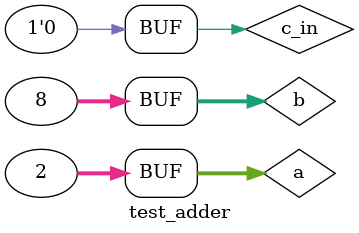
<source format=v>
module test_adder;

	// Inputs
	reg signed [31:0] a;
	reg signed [31:0] b;
	reg signed c_in;

	// Outputs
	wire [31:0] sum;
	wire c_out;

	// Instantiate the Unit Under Test (UUT)
	Add_rca_32 uut (
		.sum(sum), 
		.c_out(c_out), 
		.a(a), 
		.b(b), 
		.c_in(c_in)
	);

	/* a + b */
	initial begin
		// Initialize Inputs
		a = 2;
		b = 8;
		c_in = 0;

		// Wait 100 ns for global reset to finish
		#100;
        
		// Add stimulus here

	end
      
endmodule
</source>
